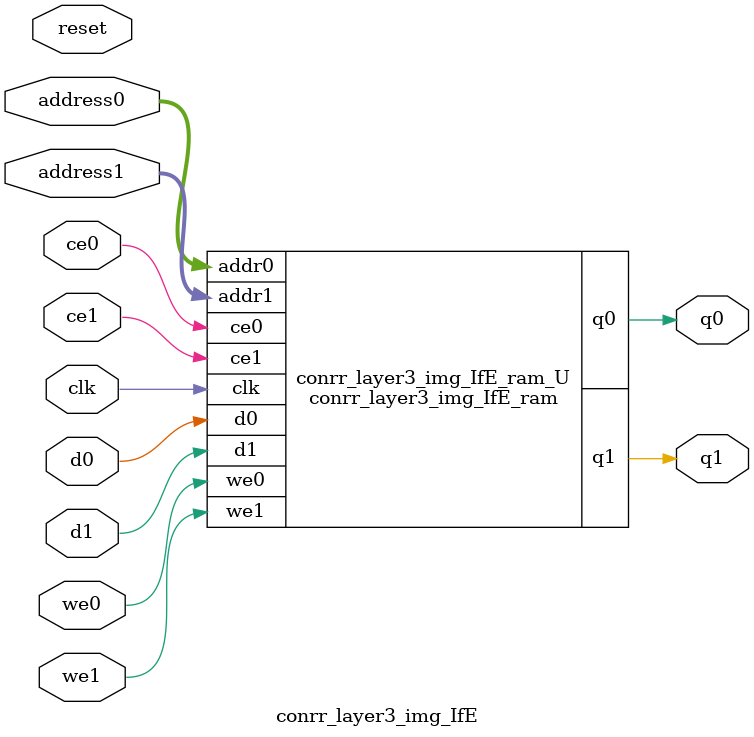
<source format=v>
`timescale 1 ns / 1 ps
module conrr_layer3_img_IfE_ram (addr0, ce0, d0, we0, q0, addr1, ce1, d1, we1, q1,  clk);

parameter DWIDTH = 1;
parameter AWIDTH = 12;
parameter MEM_SIZE = 2376;

input[AWIDTH-1:0] addr0;
input ce0;
input[DWIDTH-1:0] d0;
input we0;
output reg[DWIDTH-1:0] q0;
input[AWIDTH-1:0] addr1;
input ce1;
input[DWIDTH-1:0] d1;
input we1;
output reg[DWIDTH-1:0] q1;
input clk;

(* ram_style = "block" *)reg [DWIDTH-1:0] ram[0:MEM_SIZE-1];




always @(posedge clk)  
begin 
    if (ce0) 
    begin
        if (we0) 
        begin 
            ram[addr0] <= d0; 
        end 
        q0 <= ram[addr0];
    end
end


always @(posedge clk)  
begin 
    if (ce1) 
    begin
        if (we1) 
        begin 
            ram[addr1] <= d1; 
        end 
        q1 <= ram[addr1];
    end
end


endmodule

`timescale 1 ns / 1 ps
module conrr_layer3_img_IfE(
    reset,
    clk,
    address0,
    ce0,
    we0,
    d0,
    q0,
    address1,
    ce1,
    we1,
    d1,
    q1);

parameter DataWidth = 32'd1;
parameter AddressRange = 32'd2376;
parameter AddressWidth = 32'd12;
input reset;
input clk;
input[AddressWidth - 1:0] address0;
input ce0;
input we0;
input[DataWidth - 1:0] d0;
output[DataWidth - 1:0] q0;
input[AddressWidth - 1:0] address1;
input ce1;
input we1;
input[DataWidth - 1:0] d1;
output[DataWidth - 1:0] q1;



conrr_layer3_img_IfE_ram conrr_layer3_img_IfE_ram_U(
    .clk( clk ),
    .addr0( address0 ),
    .ce0( ce0 ),
    .we0( we0 ),
    .d0( d0 ),
    .q0( q0 ),
    .addr1( address1 ),
    .ce1( ce1 ),
    .we1( we1 ),
    .d1( d1 ),
    .q1( q1 ));

endmodule


</source>
